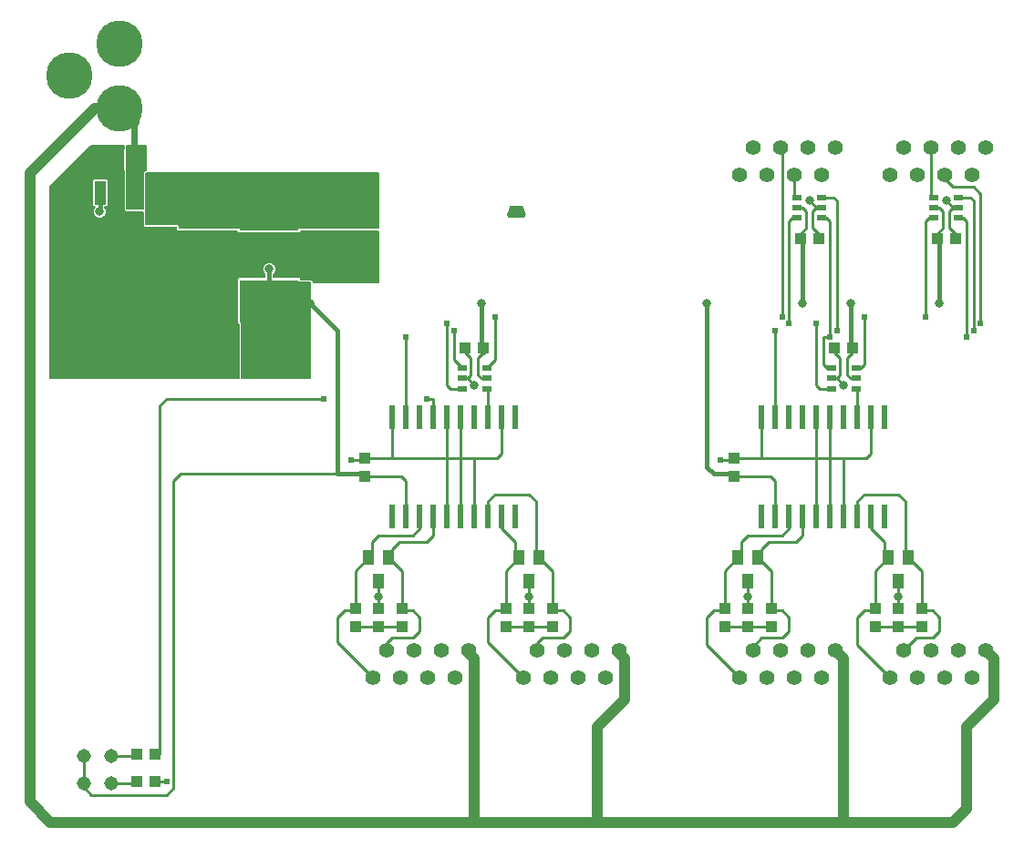
<source format=gtl>
G75*
G70*
%OFA0B0*%
%FSLAX24Y24*%
%IPPOS*%
%LPD*%
%AMOC8*
5,1,8,0,0,1.08239X$1,22.5*
%
%ADD10R,0.0236X0.0866*%
%ADD11R,0.4252X0.4098*%
%ADD12R,0.0420X0.0850*%
%ADD13R,0.2165X0.1575*%
%ADD14R,0.0787X0.0787*%
%ADD15R,0.0630X0.0709*%
%ADD16R,0.0866X0.0256*%
%ADD17R,0.0354X0.0236*%
%ADD18R,0.0394X0.0433*%
%ADD19C,0.0554*%
%ADD20R,0.0394X0.0551*%
%ADD21C,0.0515*%
%ADD22R,0.0433X0.0394*%
%ADD23C,0.1700*%
%ADD24C,0.0000*%
%ADD25C,0.0001*%
%ADD26C,0.0240*%
%ADD27C,0.0060*%
%ADD28C,0.0160*%
%ADD29C,0.0317*%
%ADD30C,0.0100*%
%ADD31C,0.0238*%
%ADD32C,0.0400*%
D10*
X014650Y013048D03*
X015150Y013048D03*
X015650Y013048D03*
X016150Y013048D03*
X016650Y013048D03*
X017150Y013048D03*
X017650Y013048D03*
X018150Y013048D03*
X018650Y013048D03*
X019150Y013048D03*
X019150Y016670D03*
X018650Y016670D03*
X018150Y016670D03*
X017650Y016670D03*
X017150Y016670D03*
X016650Y016670D03*
X016150Y016670D03*
X015650Y016670D03*
X015150Y016670D03*
X014650Y016670D03*
X028150Y016670D03*
X028650Y016670D03*
X029150Y016670D03*
X029650Y016670D03*
X030150Y016670D03*
X030650Y016670D03*
X031150Y016670D03*
X031650Y016670D03*
X032150Y016670D03*
X032650Y016670D03*
X032650Y013048D03*
X032150Y013048D03*
X031650Y013048D03*
X031150Y013048D03*
X030650Y013048D03*
X030150Y013048D03*
X029650Y013048D03*
X029150Y013048D03*
X028650Y013048D03*
X028150Y013048D03*
D11*
X004650Y021609D03*
D12*
X004650Y024889D03*
X003980Y024889D03*
X003310Y024889D03*
X005320Y024889D03*
X005990Y024889D03*
D13*
X010150Y024282D03*
X010150Y020936D03*
D14*
X013650Y022822D03*
X013650Y024397D03*
D15*
X005201Y026109D03*
X004099Y026109D03*
D16*
X008441Y018531D03*
X009898Y018531D03*
D17*
X017197Y018483D03*
X017197Y018109D03*
X017197Y017735D03*
X018103Y017735D03*
X018103Y018109D03*
X018103Y018483D03*
X029447Y023985D03*
X029447Y024359D03*
X029447Y024733D03*
X030353Y024733D03*
X030353Y024359D03*
X030353Y023985D03*
X034447Y023985D03*
X034447Y024359D03*
X034447Y024733D03*
X035353Y024733D03*
X035353Y024359D03*
X035353Y023985D03*
X031603Y018483D03*
X031603Y018109D03*
X031603Y017735D03*
X030697Y017735D03*
X030697Y018109D03*
X030697Y018483D03*
D18*
X027150Y015194D03*
X027150Y014525D03*
X026800Y009694D03*
X026800Y009025D03*
X027650Y009025D03*
X027650Y009694D03*
X028500Y009694D03*
X028500Y009025D03*
X032300Y009025D03*
X032300Y009694D03*
X033150Y009694D03*
X033150Y009025D03*
X034000Y009025D03*
X034000Y009694D03*
X020500Y009694D03*
X020500Y009025D03*
X019650Y009025D03*
X019650Y009694D03*
X018800Y009694D03*
X018800Y009025D03*
X015000Y009025D03*
X015000Y009694D03*
X014150Y009694D03*
X014150Y009025D03*
X013300Y009025D03*
X013300Y009694D03*
X013650Y014525D03*
X013650Y015194D03*
D19*
X014457Y008153D03*
X015457Y008153D03*
X016457Y008153D03*
X017457Y008153D03*
X016957Y007153D03*
X015957Y007153D03*
X014957Y007153D03*
X013957Y007153D03*
X019457Y007153D03*
X020457Y007153D03*
X021457Y007153D03*
X022457Y007153D03*
X021957Y008153D03*
X022957Y008153D03*
X020957Y008153D03*
X019957Y008153D03*
X027343Y007153D03*
X028343Y007153D03*
X029343Y007153D03*
X030343Y007153D03*
X030843Y008153D03*
X029843Y008153D03*
X028843Y008153D03*
X027843Y008153D03*
X032843Y007153D03*
X033843Y007153D03*
X034843Y007153D03*
X035843Y007153D03*
X036343Y008153D03*
X035343Y008153D03*
X034343Y008153D03*
X033343Y008153D03*
X033843Y025562D03*
X034843Y025562D03*
X035843Y025562D03*
X036343Y026562D03*
X035343Y026562D03*
X034343Y026562D03*
X033343Y026562D03*
X032843Y025562D03*
X030843Y026562D03*
X029843Y026562D03*
X028843Y026562D03*
X027843Y026562D03*
X028343Y025562D03*
X029343Y025562D03*
X030343Y025562D03*
X027343Y025562D03*
D20*
X027276Y011542D03*
X028024Y011542D03*
X027650Y010676D03*
X032776Y011542D03*
X033524Y011542D03*
X033150Y010676D03*
X020024Y011542D03*
X019276Y011542D03*
X019650Y010676D03*
X014524Y011542D03*
X013776Y011542D03*
X014150Y010676D03*
D21*
X004390Y004275D03*
X003390Y004275D03*
X003390Y003275D03*
X004390Y003275D03*
D22*
X005315Y003359D03*
X005985Y003359D03*
X005985Y004359D03*
X005315Y004359D03*
X017315Y019209D03*
X017985Y019209D03*
X029565Y023234D03*
X030235Y023234D03*
X034565Y023234D03*
X035235Y023234D03*
X031485Y019209D03*
X030815Y019209D03*
D23*
X004678Y027999D03*
X002827Y029180D03*
X004678Y030361D03*
D24*
X018961Y024414D02*
X018945Y024375D01*
X018930Y024332D01*
X018914Y024288D01*
X018898Y024245D01*
X018882Y024202D01*
X018867Y024158D01*
X018851Y024119D01*
X018867Y024080D01*
X018882Y024044D01*
X018902Y024005D01*
X019445Y024005D01*
X019461Y024044D01*
X019477Y024080D01*
X019496Y024119D01*
X019481Y024158D01*
X019465Y024202D01*
X019449Y024245D01*
X019433Y024288D01*
X019418Y024332D01*
X019402Y024375D01*
X019386Y024414D01*
X019008Y024414D01*
X018961Y024414D01*
D25*
X019386Y024414D01*
X019387Y024413D02*
X018961Y024413D01*
X018960Y024412D02*
X019387Y024412D01*
X019387Y024411D02*
X018960Y024411D01*
X018959Y024410D02*
X019388Y024410D01*
X019388Y024409D02*
X018959Y024409D01*
X018959Y024408D02*
X019389Y024408D01*
X019389Y024407D02*
X018958Y024407D01*
X018958Y024406D02*
X019389Y024406D01*
X019390Y024405D02*
X018957Y024405D01*
X018957Y024404D02*
X019390Y024404D01*
X019391Y024403D02*
X018957Y024403D01*
X018956Y024402D02*
X019391Y024402D01*
X019391Y024401D02*
X018956Y024401D01*
X018955Y024400D02*
X019392Y024400D01*
X019392Y024399D02*
X018955Y024399D01*
X018955Y024398D02*
X019393Y024398D01*
X019393Y024397D02*
X018954Y024397D01*
X018954Y024396D02*
X019393Y024396D01*
X019394Y024395D02*
X018953Y024395D01*
X018953Y024394D02*
X019394Y024394D01*
X019395Y024393D02*
X018953Y024393D01*
X018952Y024392D02*
X019395Y024392D01*
X019395Y024391D02*
X018952Y024391D01*
X018951Y024390D02*
X019396Y024390D01*
X019396Y024389D02*
X018951Y024389D01*
X018951Y024388D02*
X019397Y024388D01*
X019397Y024387D02*
X018950Y024387D01*
X018950Y024386D02*
X019397Y024386D01*
X019398Y024385D02*
X018949Y024385D01*
X018949Y024384D02*
X019398Y024384D01*
X019399Y024383D02*
X018949Y024383D01*
X018948Y024382D02*
X019399Y024382D01*
X019399Y024381D02*
X018948Y024381D01*
X018947Y024380D02*
X019400Y024380D01*
X019400Y024379D02*
X018947Y024379D01*
X018947Y024378D02*
X019401Y024378D01*
X019401Y024377D02*
X018946Y024377D01*
X018946Y024376D02*
X019401Y024376D01*
X019402Y024375D02*
X018945Y024375D01*
X018945Y024374D02*
X019402Y024374D01*
X019403Y024373D02*
X018945Y024373D01*
X018944Y024372D02*
X019403Y024372D01*
X019403Y024371D02*
X018944Y024371D01*
X018944Y024370D02*
X019404Y024370D01*
X019404Y024369D02*
X018943Y024369D01*
X018943Y024368D02*
X019404Y024368D01*
X019405Y024367D02*
X018942Y024367D01*
X018942Y024366D02*
X019405Y024366D01*
X019405Y024365D02*
X018942Y024365D01*
X018941Y024364D02*
X019406Y024364D01*
X019406Y024363D02*
X018941Y024363D01*
X018941Y024362D02*
X019407Y024362D01*
X019407Y024361D02*
X018940Y024361D01*
X018940Y024360D02*
X019407Y024360D01*
X019408Y024359D02*
X018940Y024359D01*
X018939Y024358D02*
X019408Y024358D01*
X019408Y024357D02*
X018939Y024357D01*
X018938Y024356D02*
X019409Y024356D01*
X019409Y024355D02*
X018938Y024355D01*
X018938Y024354D02*
X019409Y024354D01*
X019410Y024353D02*
X018937Y024353D01*
X018937Y024352D02*
X019410Y024352D01*
X019411Y024351D02*
X018937Y024351D01*
X018936Y024350D02*
X019411Y024350D01*
X019411Y024349D02*
X018936Y024349D01*
X018936Y024348D02*
X019412Y024348D01*
X019412Y024347D02*
X018935Y024347D01*
X018935Y024346D02*
X019412Y024346D01*
X019413Y024345D02*
X018934Y024345D01*
X018934Y024344D02*
X019413Y024344D01*
X019413Y024343D02*
X018934Y024343D01*
X018933Y024342D02*
X019414Y024342D01*
X019414Y024341D02*
X018933Y024341D01*
X018933Y024340D02*
X019415Y024340D01*
X019415Y024339D02*
X018932Y024339D01*
X018932Y024338D02*
X019415Y024338D01*
X019416Y024337D02*
X018932Y024337D01*
X018931Y024336D02*
X019416Y024336D01*
X019416Y024335D02*
X018931Y024335D01*
X018931Y024334D02*
X019417Y024334D01*
X019417Y024333D02*
X018930Y024333D01*
X018930Y024332D02*
X019417Y024332D01*
X019418Y024331D02*
X018929Y024331D01*
X018929Y024330D02*
X019418Y024330D01*
X019419Y024329D02*
X018929Y024329D01*
X018928Y024328D02*
X019419Y024328D01*
X019419Y024327D02*
X018928Y024327D01*
X018928Y024326D02*
X019420Y024326D01*
X019420Y024325D02*
X018927Y024325D01*
X018927Y024324D02*
X019420Y024324D01*
X019421Y024323D02*
X018927Y024323D01*
X018926Y024322D02*
X019421Y024322D01*
X019421Y024321D02*
X018926Y024321D01*
X018925Y024320D02*
X019422Y024320D01*
X019422Y024319D02*
X018925Y024319D01*
X018925Y024318D02*
X019423Y024318D01*
X019423Y024317D02*
X018924Y024317D01*
X018924Y024316D02*
X019423Y024316D01*
X019424Y024315D02*
X018924Y024315D01*
X018923Y024314D02*
X019424Y024314D01*
X019424Y024313D02*
X018923Y024313D01*
X018923Y024312D02*
X019425Y024312D01*
X019425Y024311D02*
X018922Y024311D01*
X018922Y024310D02*
X019425Y024310D01*
X019426Y024309D02*
X018921Y024309D01*
X018921Y024308D02*
X019426Y024308D01*
X019427Y024307D02*
X018921Y024307D01*
X018920Y024306D02*
X019427Y024306D01*
X019427Y024305D02*
X018920Y024305D01*
X018920Y024304D02*
X019428Y024304D01*
X019428Y024303D02*
X018919Y024303D01*
X018919Y024302D02*
X019428Y024302D01*
X019429Y024301D02*
X018919Y024301D01*
X018918Y024300D02*
X019429Y024300D01*
X019429Y024299D02*
X018918Y024299D01*
X018917Y024298D02*
X019430Y024298D01*
X019430Y024297D02*
X018917Y024297D01*
X018917Y024296D02*
X019431Y024296D01*
X019431Y024295D02*
X018916Y024295D01*
X018916Y024294D02*
X019431Y024294D01*
X019432Y024293D02*
X018916Y024293D01*
X018915Y024292D02*
X019432Y024292D01*
X019432Y024291D02*
X018915Y024291D01*
X018915Y024290D02*
X019433Y024290D01*
X019433Y024289D02*
X018914Y024289D01*
X018914Y024288D02*
X019433Y024288D01*
X019434Y024287D02*
X018913Y024287D01*
X018913Y024286D02*
X019434Y024286D01*
X019435Y024285D02*
X018913Y024285D01*
X018912Y024284D02*
X019435Y024284D01*
X019435Y024283D02*
X018912Y024283D01*
X018912Y024282D02*
X019436Y024282D01*
X019436Y024281D02*
X018911Y024281D01*
X018911Y024280D02*
X019436Y024280D01*
X019437Y024279D02*
X018911Y024279D01*
X018910Y024278D02*
X019437Y024278D01*
X019437Y024277D02*
X018910Y024277D01*
X018909Y024276D02*
X019438Y024276D01*
X019438Y024275D02*
X018909Y024275D01*
X018909Y024274D02*
X019439Y024274D01*
X019439Y024273D02*
X018908Y024273D01*
X018908Y024272D02*
X019439Y024272D01*
X019440Y024271D02*
X018908Y024271D01*
X018907Y024270D02*
X019440Y024270D01*
X019440Y024269D02*
X018907Y024269D01*
X018907Y024268D02*
X019441Y024268D01*
X019441Y024267D02*
X018906Y024267D01*
X018906Y024266D02*
X019441Y024266D01*
X019442Y024265D02*
X018905Y024265D01*
X018905Y024264D02*
X019442Y024264D01*
X019443Y024263D02*
X018905Y024263D01*
X018904Y024262D02*
X019443Y024262D01*
X019443Y024261D02*
X018904Y024261D01*
X018904Y024260D02*
X019444Y024260D01*
X019444Y024259D02*
X018903Y024259D01*
X018903Y024258D02*
X019444Y024258D01*
X019445Y024257D02*
X018903Y024257D01*
X018902Y024256D02*
X019445Y024256D01*
X019445Y024255D02*
X018902Y024255D01*
X018901Y024254D02*
X019446Y024254D01*
X019446Y024253D02*
X018901Y024253D01*
X018901Y024252D02*
X019447Y024252D01*
X019447Y024251D02*
X018900Y024251D01*
X018900Y024250D02*
X019447Y024250D01*
X019448Y024249D02*
X018900Y024249D01*
X018899Y024248D02*
X019448Y024248D01*
X019448Y024247D02*
X018899Y024247D01*
X018899Y024246D02*
X019449Y024246D01*
X019449Y024245D02*
X018898Y024245D01*
X018898Y024244D02*
X019449Y024244D01*
X019450Y024243D02*
X018897Y024243D01*
X018897Y024242D02*
X019450Y024242D01*
X019451Y024241D02*
X018897Y024241D01*
X018896Y024240D02*
X019451Y024240D01*
X019451Y024239D02*
X018896Y024239D01*
X018896Y024238D02*
X019452Y024238D01*
X019452Y024237D02*
X018895Y024237D01*
X018895Y024236D02*
X019452Y024236D01*
X019453Y024235D02*
X018895Y024235D01*
X018894Y024234D02*
X019453Y024234D01*
X019453Y024233D02*
X018894Y024233D01*
X018893Y024232D02*
X019454Y024232D01*
X019454Y024231D02*
X018893Y024231D01*
X018893Y024230D02*
X019455Y024230D01*
X019455Y024229D02*
X018892Y024229D01*
X018892Y024228D02*
X019455Y024228D01*
X019456Y024227D02*
X018892Y024227D01*
X018891Y024226D02*
X019456Y024226D01*
X019456Y024225D02*
X018891Y024225D01*
X018891Y024224D02*
X019457Y024224D01*
X019457Y024223D02*
X018890Y024223D01*
X018890Y024222D02*
X019457Y024222D01*
X019458Y024221D02*
X018889Y024221D01*
X018889Y024220D02*
X019458Y024220D01*
X019459Y024219D02*
X018889Y024219D01*
X018888Y024218D02*
X019459Y024218D01*
X019459Y024217D02*
X018888Y024217D01*
X018888Y024216D02*
X019460Y024216D01*
X019460Y024215D02*
X018887Y024215D01*
X018887Y024214D02*
X019460Y024214D01*
X019461Y024213D02*
X018887Y024213D01*
X018886Y024212D02*
X019461Y024212D01*
X019461Y024211D02*
X018886Y024211D01*
X018885Y024210D02*
X019462Y024210D01*
X019462Y024209D02*
X018885Y024209D01*
X018885Y024208D02*
X019463Y024208D01*
X019463Y024207D02*
X018884Y024207D01*
X018884Y024206D02*
X019463Y024206D01*
X019464Y024205D02*
X018884Y024205D01*
X018883Y024204D02*
X019464Y024204D01*
X019464Y024203D02*
X018883Y024203D01*
X019465Y024203D01*
X019465Y024202D02*
X018882Y024202D01*
X018882Y024201D02*
X019465Y024201D01*
X019466Y024200D02*
X018881Y024200D01*
X018881Y024199D02*
X019466Y024199D01*
X019467Y024198D02*
X018881Y024198D01*
X018880Y024197D02*
X019467Y024197D01*
X019467Y024196D02*
X018880Y024196D01*
X018880Y024195D02*
X019468Y024195D01*
X019468Y024194D02*
X018879Y024194D01*
X018879Y024193D02*
X019468Y024193D01*
X019469Y024192D02*
X018879Y024192D01*
X018878Y024191D02*
X019469Y024191D01*
X019469Y024190D02*
X018878Y024190D01*
X018877Y024189D02*
X019470Y024189D01*
X019470Y024188D02*
X018877Y024188D01*
X018877Y024187D02*
X019471Y024187D01*
X019471Y024186D02*
X018876Y024186D01*
X018876Y024185D02*
X019471Y024185D01*
X019472Y024184D02*
X018876Y024184D01*
X018875Y024183D02*
X019472Y024183D01*
X019472Y024182D02*
X018875Y024182D01*
X018875Y024181D02*
X019473Y024181D01*
X019473Y024180D02*
X018874Y024180D01*
X018874Y024179D02*
X019473Y024179D01*
X019474Y024178D02*
X018873Y024178D01*
X018873Y024177D02*
X019474Y024177D01*
X019475Y024176D02*
X018873Y024176D01*
X018872Y024175D02*
X019475Y024175D01*
X019475Y024174D02*
X018872Y024174D01*
X018872Y024173D02*
X019476Y024173D01*
X019476Y024172D02*
X018871Y024172D01*
X018871Y024171D02*
X019476Y024171D01*
X019477Y024170D02*
X018871Y024170D01*
X018870Y024169D02*
X019477Y024169D01*
X019477Y024168D02*
X018870Y024168D01*
X018869Y024167D02*
X019478Y024167D01*
X019478Y024166D02*
X018869Y024166D01*
X018869Y024165D02*
X019479Y024165D01*
X019479Y024164D02*
X018868Y024164D01*
X018868Y024163D02*
X019479Y024163D01*
X019480Y024162D02*
X018868Y024162D01*
X018867Y024161D02*
X019480Y024161D01*
X019480Y024160D02*
X018867Y024160D01*
X018867Y024159D02*
X019481Y024159D01*
X019481Y024158D02*
X018866Y024158D01*
X018866Y024157D02*
X019481Y024157D01*
X019482Y024156D02*
X018865Y024156D01*
X018865Y024155D02*
X019482Y024155D01*
X019483Y024154D02*
X018865Y024154D01*
X018864Y024153D02*
X019483Y024153D01*
X019483Y024152D02*
X018864Y024152D01*
X018863Y024151D02*
X019484Y024151D01*
X019484Y024150D02*
X018863Y024150D01*
X018863Y024149D02*
X019485Y024149D01*
X019485Y024148D02*
X018862Y024148D01*
X018862Y024147D02*
X019485Y024147D01*
X019486Y024146D02*
X018861Y024146D01*
X018861Y024145D02*
X019486Y024145D01*
X019487Y024144D02*
X018861Y024144D01*
X018860Y024143D02*
X019487Y024143D01*
X019487Y024142D02*
X018860Y024142D01*
X018859Y024141D02*
X019488Y024141D01*
X019488Y024140D02*
X018859Y024140D01*
X018859Y024139D02*
X019489Y024139D01*
X019489Y024138D02*
X018858Y024138D01*
X018858Y024137D02*
X019489Y024137D01*
X019490Y024136D02*
X018857Y024136D01*
X018857Y024135D02*
X019490Y024135D01*
X019491Y024134D02*
X018857Y024134D01*
X018856Y024133D02*
X019491Y024133D01*
X019491Y024132D02*
X018856Y024132D01*
X018855Y024131D02*
X019492Y024131D01*
X019492Y024130D02*
X018855Y024130D01*
X018855Y024129D02*
X019493Y024129D01*
X019493Y024128D02*
X018854Y024128D01*
X018854Y024127D02*
X019493Y024127D01*
X019494Y024126D02*
X018853Y024126D01*
X018853Y024125D02*
X019494Y024125D01*
X019495Y024124D02*
X018853Y024124D01*
X018852Y024123D02*
X019495Y024123D01*
X019495Y024122D02*
X018852Y024122D01*
X018851Y024121D02*
X019496Y024121D01*
X019496Y024120D02*
X018851Y024120D01*
X018851Y024119D02*
X019496Y024119D01*
X019496Y024118D02*
X018851Y024118D01*
X018852Y024117D02*
X019495Y024117D01*
X019495Y024116D02*
X018852Y024116D01*
X018853Y024115D02*
X019494Y024115D01*
X019494Y024114D02*
X018853Y024114D01*
X018853Y024113D02*
X019493Y024113D01*
X019493Y024112D02*
X018854Y024112D01*
X018854Y024111D02*
X019492Y024111D01*
X019492Y024110D02*
X018855Y024110D01*
X018855Y024109D02*
X019491Y024109D01*
X019491Y024108D02*
X018855Y024108D01*
X018856Y024107D02*
X019490Y024107D01*
X019490Y024106D02*
X018856Y024106D01*
X018857Y024105D02*
X019489Y024105D01*
X019489Y024104D02*
X018857Y024104D01*
X018857Y024103D02*
X019488Y024103D01*
X019488Y024102D02*
X018858Y024102D01*
X018858Y024101D02*
X019487Y024101D01*
X019487Y024100D02*
X018859Y024100D01*
X018859Y024099D02*
X019486Y024099D01*
X019486Y024098D02*
X018859Y024098D01*
X018860Y024097D02*
X019485Y024097D01*
X019485Y024096D02*
X018860Y024096D01*
X018861Y024095D02*
X019484Y024095D01*
X019484Y024094D02*
X018861Y024094D01*
X018861Y024093D02*
X019483Y024093D01*
X019483Y024092D02*
X018862Y024092D01*
X018862Y024091D02*
X019482Y024091D01*
X019482Y024090D02*
X018863Y024090D01*
X018863Y024089D02*
X019481Y024089D01*
X019481Y024088D02*
X018863Y024088D01*
X018864Y024087D02*
X019480Y024087D01*
X019480Y024086D02*
X018864Y024086D01*
X018865Y024085D02*
X019479Y024085D01*
X019479Y024084D02*
X018865Y024084D01*
X018865Y024083D02*
X019478Y024083D01*
X019478Y024082D02*
X018866Y024082D01*
X018866Y024081D02*
X019477Y024081D01*
X019477Y024080D02*
X018867Y024080D01*
X018867Y024079D02*
X019476Y024079D01*
X019476Y024078D02*
X018867Y024078D01*
X018868Y024077D02*
X019475Y024077D01*
X019475Y024076D02*
X018868Y024076D01*
X018869Y024075D02*
X019475Y024075D01*
X019474Y024074D02*
X018869Y024074D01*
X018870Y024073D02*
X019474Y024073D01*
X019473Y024072D02*
X018870Y024072D01*
X018871Y024071D02*
X019473Y024071D01*
X019472Y024070D02*
X018871Y024070D01*
X018871Y024069D02*
X019472Y024069D01*
X019471Y024068D02*
X018872Y024068D01*
X018872Y024067D02*
X019471Y024067D01*
X019471Y024066D02*
X018873Y024066D01*
X018873Y024065D02*
X019470Y024065D01*
X019470Y024064D02*
X018874Y024064D01*
X018874Y024063D02*
X019469Y024063D01*
X019469Y024062D02*
X018875Y024062D01*
X018875Y024061D02*
X019468Y024061D01*
X019468Y024060D02*
X018875Y024060D01*
X018876Y024059D02*
X019467Y024059D01*
X019467Y024058D02*
X018876Y024058D01*
X018877Y024057D02*
X019467Y024057D01*
X019466Y024056D02*
X018877Y024056D01*
X018878Y024055D02*
X019466Y024055D01*
X019465Y024054D02*
X018878Y024054D01*
X018879Y024053D02*
X019465Y024053D01*
X019464Y024052D02*
X018879Y024052D01*
X018879Y024051D02*
X019464Y024051D01*
X019463Y024050D02*
X018880Y024050D01*
X018880Y024049D02*
X019463Y024049D01*
X019463Y024048D02*
X018881Y024048D01*
X018881Y024047D02*
X019462Y024047D01*
X019462Y024046D02*
X018882Y024046D01*
X018882Y024045D02*
X019461Y024045D01*
X019461Y024044D02*
X018883Y024044D01*
X018883Y024043D02*
X019460Y024043D01*
X019460Y024042D02*
X018884Y024042D01*
X018884Y024041D02*
X019460Y024041D01*
X019459Y024040D02*
X018885Y024040D01*
X018885Y024039D02*
X019459Y024039D01*
X019458Y024038D02*
X018886Y024038D01*
X018886Y024037D02*
X019458Y024037D01*
X019458Y024036D02*
X018887Y024036D01*
X018887Y024035D02*
X019457Y024035D01*
X019457Y024034D02*
X018888Y024034D01*
X018888Y024033D02*
X019456Y024033D01*
X019456Y024032D02*
X018889Y024032D01*
X018889Y024031D02*
X019456Y024031D01*
X019455Y024030D02*
X018890Y024030D01*
X018890Y024029D02*
X019455Y024029D01*
X019454Y024028D02*
X018891Y024028D01*
X018891Y024027D02*
X019454Y024027D01*
X019454Y024026D02*
X018892Y024026D01*
X018892Y024025D02*
X019453Y024025D01*
X019453Y024024D02*
X018893Y024024D01*
X018893Y024023D02*
X019452Y024023D01*
X019452Y024022D02*
X018894Y024022D01*
X018894Y024021D02*
X019452Y024021D01*
X019451Y024020D02*
X018895Y024020D01*
X018895Y024019D02*
X019451Y024019D01*
X019450Y024018D02*
X018896Y024018D01*
X018896Y024017D02*
X019450Y024017D01*
X019450Y024016D02*
X018897Y024016D01*
X018897Y024015D02*
X019449Y024015D01*
X019449Y024014D02*
X018898Y024014D01*
X018898Y024013D02*
X019448Y024013D01*
X019448Y024012D02*
X018899Y024012D01*
X018899Y024011D02*
X019448Y024011D01*
X019447Y024010D02*
X018900Y024010D01*
X018900Y024009D02*
X019447Y024009D01*
X019446Y024008D02*
X018901Y024008D01*
X018901Y024007D02*
X019446Y024007D01*
X019446Y024006D02*
X018902Y024006D01*
D26*
X013650Y024397D02*
X013536Y024282D01*
X010150Y024282D01*
X009543Y024889D01*
X005990Y024889D01*
X004650Y024889D02*
X004650Y024609D01*
X004650Y022609D01*
X008150Y022609D01*
X008150Y018609D01*
X008229Y018531D01*
X008441Y018531D01*
X009898Y018531D02*
X009898Y020857D01*
X009900Y020859D01*
X011650Y020859D01*
X010150Y020936D02*
X009898Y020684D01*
X009898Y018531D01*
X008150Y022609D02*
X013650Y022609D01*
X013650Y022822D01*
X005201Y026109D02*
X005201Y027475D01*
X003400Y025609D02*
X003400Y024979D01*
X003310Y024889D01*
X003310Y024609D01*
X003310Y022949D01*
X004650Y021609D01*
X004650Y022609D01*
D27*
X005575Y023515D02*
X002150Y023515D01*
X002150Y023573D02*
X005530Y023573D01*
X005530Y023560D02*
X005600Y023489D01*
X008977Y023489D01*
X008977Y023458D01*
X009030Y023405D01*
X011270Y023405D01*
X011323Y023458D01*
X011323Y023489D01*
X014150Y023489D01*
X014150Y021609D01*
X011770Y021609D01*
X011770Y021659D01*
X011700Y021729D01*
X011323Y021729D01*
X011323Y021761D01*
X011270Y021813D01*
X010320Y021813D01*
X010320Y021928D01*
X010361Y021969D01*
X010398Y022060D01*
X010398Y022159D01*
X010361Y022250D01*
X010291Y022320D01*
X010199Y022358D01*
X010101Y022358D01*
X010009Y022320D01*
X009939Y022250D01*
X009902Y022159D01*
X009902Y022060D01*
X009939Y021969D01*
X009980Y021928D01*
X009980Y021813D01*
X009030Y021813D01*
X008977Y021761D01*
X008977Y020111D01*
X009030Y020059D01*
X009030Y018109D01*
X002150Y018109D01*
X002150Y025109D01*
X003650Y026609D01*
X004830Y026609D01*
X004830Y026535D01*
X004796Y026501D01*
X004796Y025718D01*
X004830Y025684D01*
X004830Y024260D01*
X004900Y024189D01*
X005530Y024189D01*
X005530Y023560D01*
X005530Y023632D02*
X002150Y023632D01*
X002150Y023690D02*
X005530Y023690D01*
X005530Y023749D02*
X002150Y023749D01*
X002150Y023807D02*
X005530Y023807D01*
X005530Y023866D02*
X002150Y023866D01*
X002150Y023924D02*
X005530Y023924D01*
X005530Y023983D02*
X004053Y023983D01*
X004091Y023999D02*
X004161Y024069D01*
X004198Y024160D01*
X004198Y024259D01*
X004161Y024350D01*
X004150Y024361D01*
X004150Y024374D01*
X004227Y024374D01*
X004280Y024427D01*
X004280Y025352D01*
X004227Y025404D01*
X003733Y025404D01*
X003680Y025352D01*
X003680Y024427D01*
X003733Y024374D01*
X003764Y024374D01*
X003739Y024350D01*
X003702Y024259D01*
X003702Y024160D01*
X003739Y024069D01*
X003809Y023999D01*
X003901Y023961D01*
X003999Y023961D01*
X004091Y023999D01*
X004133Y024041D02*
X005530Y024041D01*
X005530Y024100D02*
X004174Y024100D01*
X004198Y024158D02*
X005530Y024158D01*
X005650Y024158D02*
X014150Y024158D01*
X014150Y024100D02*
X005650Y024100D01*
X005650Y024041D02*
X014150Y024041D01*
X014150Y023983D02*
X005650Y023983D01*
X005650Y023924D02*
X014150Y023924D01*
X014150Y023866D02*
X005650Y023866D01*
X005650Y023807D02*
X014150Y023807D01*
X014150Y023749D02*
X005650Y023749D01*
X005650Y023748D02*
X005650Y025609D01*
X014150Y025609D01*
X014150Y023609D01*
X006866Y023609D01*
X006866Y023696D01*
X006813Y023748D01*
X005650Y023748D01*
X005650Y024217D02*
X014150Y024217D01*
X014150Y024275D02*
X005650Y024275D01*
X005650Y024334D02*
X014150Y024334D01*
X014150Y024392D02*
X005650Y024392D01*
X005650Y024451D02*
X014150Y024451D01*
X014150Y024509D02*
X005650Y024509D01*
X005650Y024568D02*
X014150Y024568D01*
X014150Y024626D02*
X005650Y024626D01*
X005650Y024685D02*
X014150Y024685D01*
X014150Y024743D02*
X005650Y024743D01*
X005650Y024802D02*
X014150Y024802D01*
X014150Y024860D02*
X005650Y024860D01*
X005650Y024919D02*
X014150Y024919D01*
X014150Y024977D02*
X005650Y024977D01*
X005650Y025036D02*
X014150Y025036D01*
X014150Y025094D02*
X005650Y025094D01*
X005650Y025153D02*
X014150Y025153D01*
X014150Y025211D02*
X005650Y025211D01*
X005650Y025270D02*
X014150Y025270D01*
X014150Y025328D02*
X005650Y025328D01*
X005650Y025387D02*
X014150Y025387D01*
X014150Y025445D02*
X005650Y025445D01*
X005650Y025504D02*
X014150Y025504D01*
X014150Y025562D02*
X005650Y025562D01*
X005530Y025562D02*
X004950Y025562D01*
X004950Y025504D02*
X005530Y025504D01*
X005530Y025445D02*
X004950Y025445D01*
X004950Y025387D02*
X005530Y025387D01*
X005530Y025328D02*
X004950Y025328D01*
X004950Y025270D02*
X005530Y025270D01*
X005530Y025211D02*
X004950Y025211D01*
X004950Y025153D02*
X005530Y025153D01*
X005530Y025094D02*
X004950Y025094D01*
X004950Y025036D02*
X005530Y025036D01*
X005530Y024977D02*
X004950Y024977D01*
X004950Y024919D02*
X005530Y024919D01*
X005530Y024860D02*
X004950Y024860D01*
X004950Y024802D02*
X005530Y024802D01*
X005530Y024743D02*
X004950Y024743D01*
X004950Y024685D02*
X005530Y024685D01*
X005530Y024626D02*
X004950Y024626D01*
X004950Y024568D02*
X005530Y024568D01*
X005530Y024509D02*
X004950Y024509D01*
X004950Y024451D02*
X005530Y024451D01*
X005530Y024392D02*
X004950Y024392D01*
X004950Y024334D02*
X005530Y024334D01*
X005530Y024309D02*
X004950Y024309D01*
X004950Y026609D01*
X005650Y026609D01*
X005650Y025729D01*
X005600Y025729D01*
X005530Y025659D01*
X005530Y024309D01*
X004873Y024217D02*
X004198Y024217D01*
X004192Y024275D02*
X004830Y024275D01*
X004830Y024334D02*
X004167Y024334D01*
X004245Y024392D02*
X004830Y024392D01*
X004830Y024451D02*
X004280Y024451D01*
X004280Y024509D02*
X004830Y024509D01*
X004830Y024568D02*
X004280Y024568D01*
X004280Y024626D02*
X004830Y024626D01*
X004830Y024685D02*
X004280Y024685D01*
X004280Y024743D02*
X004830Y024743D01*
X004830Y024802D02*
X004280Y024802D01*
X004280Y024860D02*
X004830Y024860D01*
X004830Y024919D02*
X004280Y024919D01*
X004280Y024977D02*
X004830Y024977D01*
X004830Y025036D02*
X004280Y025036D01*
X004280Y025094D02*
X004830Y025094D01*
X004830Y025153D02*
X004280Y025153D01*
X004280Y025211D02*
X004830Y025211D01*
X004830Y025270D02*
X004280Y025270D01*
X004280Y025328D02*
X004830Y025328D01*
X004830Y025387D02*
X004245Y025387D01*
X003715Y025387D02*
X002428Y025387D01*
X002486Y025445D02*
X004830Y025445D01*
X004830Y025504D02*
X002545Y025504D01*
X002603Y025562D02*
X004830Y025562D01*
X004830Y025621D02*
X002662Y025621D01*
X002720Y025679D02*
X004830Y025679D01*
X004796Y025738D02*
X002779Y025738D01*
X002837Y025796D02*
X004796Y025796D01*
X004796Y025855D02*
X002896Y025855D01*
X002954Y025913D02*
X004796Y025913D01*
X004796Y025972D02*
X003013Y025972D01*
X003071Y026030D02*
X004796Y026030D01*
X004796Y026089D02*
X003130Y026089D01*
X003188Y026147D02*
X004796Y026147D01*
X004796Y026206D02*
X003247Y026206D01*
X003305Y026264D02*
X004796Y026264D01*
X004796Y026323D02*
X003364Y026323D01*
X003422Y026381D02*
X004796Y026381D01*
X004796Y026440D02*
X003481Y026440D01*
X003539Y026498D02*
X004796Y026498D01*
X004830Y026557D02*
X003598Y026557D01*
X004950Y026557D02*
X005650Y026557D01*
X005650Y026498D02*
X004950Y026498D01*
X004950Y026440D02*
X005650Y026440D01*
X005650Y026381D02*
X004950Y026381D01*
X004950Y026323D02*
X005650Y026323D01*
X005650Y026264D02*
X004950Y026264D01*
X004950Y026206D02*
X005650Y026206D01*
X005650Y026147D02*
X004950Y026147D01*
X004950Y026089D02*
X005650Y026089D01*
X005650Y026030D02*
X004950Y026030D01*
X004950Y025972D02*
X005650Y025972D01*
X005650Y025913D02*
X004950Y025913D01*
X004950Y025855D02*
X005650Y025855D01*
X005650Y025796D02*
X004950Y025796D01*
X004950Y025738D02*
X005650Y025738D01*
X005550Y025679D02*
X004950Y025679D01*
X004950Y025621D02*
X005530Y025621D01*
X003680Y025328D02*
X002369Y025328D01*
X002311Y025270D02*
X003680Y025270D01*
X003680Y025211D02*
X002252Y025211D01*
X002194Y025153D02*
X003680Y025153D01*
X003680Y025094D02*
X002150Y025094D01*
X002150Y025036D02*
X003680Y025036D01*
X003680Y024977D02*
X002150Y024977D01*
X002150Y024919D02*
X003680Y024919D01*
X003680Y024860D02*
X002150Y024860D01*
X002150Y024802D02*
X003680Y024802D01*
X003680Y024743D02*
X002150Y024743D01*
X002150Y024685D02*
X003680Y024685D01*
X003680Y024626D02*
X002150Y024626D01*
X002150Y024568D02*
X003680Y024568D01*
X003680Y024509D02*
X002150Y024509D01*
X002150Y024451D02*
X003680Y024451D01*
X003715Y024392D02*
X002150Y024392D01*
X002150Y024334D02*
X003733Y024334D01*
X003708Y024275D02*
X002150Y024275D01*
X002150Y024217D02*
X003702Y024217D01*
X003702Y024158D02*
X002150Y024158D01*
X002150Y024100D02*
X003726Y024100D01*
X003767Y024041D02*
X002150Y024041D01*
X002150Y023983D02*
X003847Y023983D01*
X002150Y023456D02*
X008979Y023456D01*
X009976Y022286D02*
X002150Y022286D01*
X002150Y022228D02*
X009930Y022228D01*
X009906Y022169D02*
X002150Y022169D01*
X002150Y022111D02*
X009902Y022111D01*
X009905Y022052D02*
X002150Y022052D01*
X002150Y021994D02*
X009929Y021994D01*
X009973Y021935D02*
X002150Y021935D01*
X002150Y021877D02*
X009980Y021877D01*
X009980Y021818D02*
X002150Y021818D01*
X002150Y021760D02*
X008977Y021760D01*
X008977Y021701D02*
X002150Y021701D01*
X002150Y021643D02*
X008977Y021643D01*
X008977Y021584D02*
X002150Y021584D01*
X002150Y021526D02*
X008977Y021526D01*
X008977Y021467D02*
X002150Y021467D01*
X002150Y021409D02*
X008977Y021409D01*
X008977Y021350D02*
X002150Y021350D01*
X002150Y021292D02*
X008977Y021292D01*
X008977Y021233D02*
X002150Y021233D01*
X002150Y021175D02*
X008977Y021175D01*
X008977Y021116D02*
X002150Y021116D01*
X002150Y021058D02*
X008977Y021058D01*
X008977Y020999D02*
X002150Y020999D01*
X002150Y020941D02*
X008977Y020941D01*
X008977Y020882D02*
X002150Y020882D01*
X002150Y020824D02*
X008977Y020824D01*
X008977Y020765D02*
X002150Y020765D01*
X002150Y020707D02*
X008977Y020707D01*
X008977Y020648D02*
X002150Y020648D01*
X002150Y020590D02*
X008977Y020590D01*
X008977Y020531D02*
X002150Y020531D01*
X002150Y020473D02*
X008977Y020473D01*
X008977Y020414D02*
X002150Y020414D01*
X002150Y020356D02*
X008977Y020356D01*
X008977Y020297D02*
X002150Y020297D01*
X002150Y020239D02*
X008977Y020239D01*
X008977Y020180D02*
X002150Y020180D01*
X002150Y020122D02*
X008977Y020122D01*
X009025Y020063D02*
X002150Y020063D01*
X002150Y020005D02*
X009030Y020005D01*
X009030Y019946D02*
X002150Y019946D01*
X002150Y019888D02*
X009030Y019888D01*
X009030Y019829D02*
X002150Y019829D01*
X002150Y019771D02*
X009030Y019771D01*
X009030Y019712D02*
X002150Y019712D01*
X002150Y019654D02*
X009030Y019654D01*
X009030Y019595D02*
X002150Y019595D01*
X002150Y019537D02*
X009030Y019537D01*
X009030Y019478D02*
X002150Y019478D01*
X002150Y019420D02*
X009030Y019420D01*
X009030Y019361D02*
X002150Y019361D01*
X002150Y019303D02*
X009030Y019303D01*
X009030Y019244D02*
X002150Y019244D01*
X002150Y019186D02*
X009030Y019186D01*
X009030Y019127D02*
X002150Y019127D01*
X002150Y019069D02*
X009030Y019069D01*
X009030Y019010D02*
X002150Y019010D01*
X002150Y018952D02*
X009030Y018952D01*
X009030Y018893D02*
X002150Y018893D01*
X002150Y018835D02*
X009030Y018835D01*
X009030Y018776D02*
X002150Y018776D01*
X002150Y018718D02*
X009030Y018718D01*
X009030Y018659D02*
X002150Y018659D01*
X002150Y018601D02*
X009030Y018601D01*
X009030Y018542D02*
X002150Y018542D01*
X002150Y018484D02*
X009030Y018484D01*
X009030Y018425D02*
X002150Y018425D01*
X002150Y018367D02*
X009030Y018367D01*
X009030Y018308D02*
X002150Y018308D01*
X002150Y018250D02*
X009030Y018250D01*
X009030Y018191D02*
X002150Y018191D01*
X002150Y018133D02*
X009030Y018133D01*
X009150Y018133D02*
X011650Y018133D01*
X011650Y018109D02*
X009150Y018109D01*
X009150Y021609D01*
X011650Y021609D01*
X011650Y018109D01*
X011650Y018191D02*
X009150Y018191D01*
X009150Y018250D02*
X011650Y018250D01*
X011650Y018308D02*
X009150Y018308D01*
X009150Y018367D02*
X011650Y018367D01*
X011650Y018425D02*
X009150Y018425D01*
X009150Y018484D02*
X011650Y018484D01*
X011650Y018542D02*
X009150Y018542D01*
X009150Y018601D02*
X011650Y018601D01*
X011650Y018659D02*
X009150Y018659D01*
X009150Y018718D02*
X011650Y018718D01*
X011650Y018776D02*
X009150Y018776D01*
X009150Y018835D02*
X011650Y018835D01*
X011650Y018893D02*
X009150Y018893D01*
X009150Y018952D02*
X011650Y018952D01*
X011650Y019010D02*
X009150Y019010D01*
X009150Y019069D02*
X011650Y019069D01*
X011650Y019127D02*
X009150Y019127D01*
X009150Y019186D02*
X011650Y019186D01*
X011650Y019244D02*
X009150Y019244D01*
X009150Y019303D02*
X011650Y019303D01*
X011650Y019361D02*
X009150Y019361D01*
X009150Y019420D02*
X011650Y019420D01*
X011650Y019478D02*
X009150Y019478D01*
X009150Y019537D02*
X011650Y019537D01*
X011650Y019595D02*
X009150Y019595D01*
X009150Y019654D02*
X011650Y019654D01*
X011650Y019712D02*
X009150Y019712D01*
X009150Y019771D02*
X011650Y019771D01*
X011650Y019829D02*
X009150Y019829D01*
X009150Y019888D02*
X011650Y019888D01*
X011650Y019946D02*
X009150Y019946D01*
X009150Y020005D02*
X011650Y020005D01*
X011650Y020063D02*
X009150Y020063D01*
X009150Y020122D02*
X011650Y020122D01*
X011650Y020180D02*
X009150Y020180D01*
X009150Y020239D02*
X011650Y020239D01*
X011650Y020297D02*
X009150Y020297D01*
X009150Y020356D02*
X011650Y020356D01*
X011650Y020414D02*
X009150Y020414D01*
X009150Y020473D02*
X011650Y020473D01*
X011650Y020531D02*
X009150Y020531D01*
X009150Y020590D02*
X011650Y020590D01*
X011650Y020648D02*
X009150Y020648D01*
X009150Y020707D02*
X011650Y020707D01*
X011650Y020765D02*
X009150Y020765D01*
X009150Y020824D02*
X011650Y020824D01*
X011650Y020882D02*
X009150Y020882D01*
X009150Y020941D02*
X011650Y020941D01*
X011650Y020999D02*
X009150Y020999D01*
X009150Y021058D02*
X011650Y021058D01*
X011650Y021116D02*
X009150Y021116D01*
X009150Y021175D02*
X011650Y021175D01*
X011650Y021233D02*
X009150Y021233D01*
X009150Y021292D02*
X011650Y021292D01*
X011650Y021350D02*
X009150Y021350D01*
X009150Y021409D02*
X011650Y021409D01*
X011650Y021467D02*
X009150Y021467D01*
X009150Y021526D02*
X011650Y021526D01*
X011650Y021584D02*
X009150Y021584D01*
X010320Y021818D02*
X014150Y021818D01*
X014150Y021760D02*
X011323Y021760D01*
X011728Y021701D02*
X014150Y021701D01*
X014150Y021643D02*
X011770Y021643D01*
X010395Y022052D02*
X014150Y022052D01*
X014150Y021994D02*
X010371Y021994D01*
X010327Y021935D02*
X014150Y021935D01*
X014150Y021877D02*
X010320Y021877D01*
X010398Y022111D02*
X014150Y022111D01*
X014150Y022169D02*
X010394Y022169D01*
X010370Y022228D02*
X014150Y022228D01*
X014150Y022286D02*
X010324Y022286D01*
X010230Y022345D02*
X014150Y022345D01*
X014150Y022403D02*
X002150Y022403D01*
X002150Y022345D02*
X010070Y022345D01*
X011321Y023456D02*
X014150Y023456D01*
X014150Y023398D02*
X002150Y023398D01*
X002150Y023339D02*
X014150Y023339D01*
X014150Y023281D02*
X002150Y023281D01*
X002150Y023222D02*
X014150Y023222D01*
X014150Y023164D02*
X002150Y023164D01*
X002150Y023105D02*
X014150Y023105D01*
X014150Y023047D02*
X002150Y023047D01*
X002150Y022988D02*
X014150Y022988D01*
X014150Y022930D02*
X002150Y022930D01*
X002150Y022871D02*
X014150Y022871D01*
X014150Y022813D02*
X002150Y022813D01*
X002150Y022754D02*
X014150Y022754D01*
X014150Y022696D02*
X002150Y022696D01*
X002150Y022637D02*
X014150Y022637D01*
X014150Y022579D02*
X002150Y022579D01*
X002150Y022520D02*
X014150Y022520D01*
X014150Y022462D02*
X002150Y022462D01*
X006866Y023632D02*
X014150Y023632D01*
X014150Y023690D02*
X006866Y023690D01*
D28*
X005320Y024889D02*
X005320Y025990D01*
X005201Y026109D01*
X003980Y024889D02*
X003980Y024239D01*
X003950Y024209D01*
X010150Y022109D02*
X010150Y020936D01*
X011650Y020859D02*
X012650Y019859D01*
X012650Y014859D01*
X012650Y014609D01*
X013650Y014609D01*
X013650Y014525D01*
X017985Y019069D02*
X017985Y019275D01*
X017900Y019359D01*
X017900Y020859D01*
X026150Y020859D02*
X026150Y014859D01*
X026400Y014609D01*
X027150Y014609D01*
X027150Y014525D01*
X031485Y019209D02*
X031485Y019275D01*
X031400Y019359D01*
X031400Y020859D01*
X029650Y020859D02*
X029650Y023109D01*
X029565Y023194D01*
X029565Y023234D01*
X034565Y023234D02*
X034650Y023150D01*
X034650Y020859D01*
D29*
X034650Y020859D03*
X031400Y020859D03*
X029650Y020859D03*
X031150Y017859D03*
X026150Y020859D03*
X029900Y024609D03*
X034900Y024609D03*
X033150Y010109D03*
X027650Y010109D03*
X019650Y010109D03*
X014150Y010109D03*
X017650Y017859D03*
X017900Y020859D03*
X011650Y020859D03*
X010150Y022109D03*
X003950Y024209D03*
X003400Y025609D03*
D30*
X006400Y017359D02*
X012150Y017359D01*
X014650Y016670D02*
X014650Y015194D01*
X013650Y015194D01*
X013650Y015109D01*
X013150Y015109D01*
X012650Y014609D02*
X006900Y014609D01*
X006650Y014359D01*
X006650Y003109D01*
X006400Y002859D01*
X003650Y002859D01*
X003400Y003109D01*
X003400Y003359D01*
X003390Y003369D01*
X003390Y004275D01*
X003390Y003275D01*
X004390Y003275D02*
X005231Y003275D01*
X005315Y003359D01*
X005985Y003359D02*
X006400Y003359D01*
X006150Y004359D02*
X006150Y017109D01*
X006400Y017359D01*
X013650Y014525D02*
X014985Y014525D01*
X015150Y014359D01*
X015150Y013048D01*
X015650Y013048D02*
X015650Y012609D01*
X015400Y012359D01*
X014150Y012359D01*
X013900Y012109D01*
X013900Y011666D01*
X013776Y011542D01*
X013300Y011066D01*
X013300Y009694D01*
X013235Y009694D01*
X013150Y009609D01*
X012900Y009609D01*
X012650Y009359D01*
X012650Y008460D01*
X013957Y007153D01*
X014457Y008153D02*
X014457Y008416D01*
X014650Y008609D01*
X015400Y008609D01*
X015650Y008859D01*
X015650Y009359D01*
X015400Y009609D01*
X015085Y009609D01*
X015000Y009694D01*
X015000Y011066D01*
X014679Y011388D01*
X014650Y011416D01*
X014650Y011859D01*
X014900Y012109D01*
X015900Y012109D01*
X016150Y012359D01*
X016150Y013048D01*
X016650Y013048D02*
X016650Y015194D01*
X016650Y016670D01*
X016150Y016670D02*
X016150Y017359D01*
X015900Y017359D01*
X016650Y017859D02*
X016775Y017734D01*
X017196Y017734D01*
X017197Y017735D01*
X017197Y018109D02*
X017400Y018109D01*
X017650Y017859D01*
X017400Y018109D02*
X017197Y018109D01*
X017400Y018109D02*
X017525Y018234D01*
X017525Y018859D01*
X017315Y019069D01*
X017315Y019209D01*
X017775Y018859D02*
X017985Y019069D01*
X017985Y019209D01*
X017775Y018859D02*
X017775Y018234D01*
X017900Y018109D01*
X018103Y018109D01*
X018103Y017735D02*
X018150Y017688D01*
X018150Y016670D01*
X018650Y016670D02*
X018650Y015359D01*
X018485Y015194D01*
X017650Y015194D01*
X017650Y013048D01*
X017150Y013048D02*
X017150Y015194D01*
X017150Y016670D01*
X016650Y017859D02*
X016650Y020109D01*
X016900Y019859D02*
X016900Y018781D01*
X017197Y018483D01*
X018103Y018483D02*
X018400Y018781D01*
X018400Y020359D01*
X015150Y019609D02*
X015150Y019359D01*
X015150Y016670D01*
X014650Y015194D02*
X016650Y015194D01*
X017150Y015194D01*
X017650Y015194D01*
X018400Y013859D02*
X018150Y013609D01*
X018150Y013048D01*
X018650Y013048D02*
X018650Y012609D01*
X019150Y012109D01*
X019150Y011668D01*
X019276Y011542D01*
X018800Y011066D01*
X018800Y009694D01*
X018735Y009694D01*
X018650Y009609D01*
X018400Y009609D01*
X018150Y009359D01*
X018150Y008460D01*
X019457Y007153D01*
X019957Y008153D02*
X019957Y008416D01*
X020150Y008609D01*
X020900Y008609D01*
X021150Y008859D01*
X021150Y009359D01*
X020900Y009609D01*
X020585Y009609D01*
X020500Y009694D01*
X020500Y011066D01*
X020024Y011542D01*
X019967Y011542D01*
X019900Y011609D01*
X019900Y013609D01*
X019650Y013859D01*
X018400Y013859D01*
X019650Y010676D02*
X019650Y009694D01*
X019650Y009859D01*
X019650Y010109D01*
X019650Y009025D02*
X018800Y009025D01*
X019650Y009025D02*
X020500Y009025D01*
X015000Y009025D02*
X014150Y009025D01*
X013300Y009025D01*
X014150Y009694D02*
X014150Y009859D01*
X014150Y010109D01*
X014150Y009694D01*
X014150Y010109D01*
X014150Y010676D01*
X014679Y011388D02*
X014524Y011542D01*
X006150Y004359D02*
X005985Y004359D01*
X005315Y004359D02*
X005231Y004275D01*
X004390Y004275D01*
X026150Y008345D02*
X027343Y007153D01*
X027843Y008153D02*
X027843Y008302D01*
X028150Y008609D01*
X028900Y008609D01*
X029150Y008859D01*
X029150Y009359D01*
X028900Y009609D01*
X028585Y009609D01*
X028500Y009694D01*
X028500Y011066D01*
X028024Y011542D01*
X028150Y011668D01*
X028150Y011859D01*
X028400Y012109D01*
X029400Y012109D01*
X029650Y012359D01*
X029650Y013048D01*
X029150Y013048D02*
X029150Y012609D01*
X028900Y012359D01*
X027650Y012359D01*
X027400Y012109D01*
X027400Y011666D01*
X027276Y011542D01*
X026800Y011066D01*
X026800Y009694D01*
X026735Y009694D01*
X026650Y009609D01*
X026400Y009609D01*
X026150Y009359D01*
X026150Y008345D01*
X026800Y009025D02*
X027650Y009025D01*
X028500Y009025D01*
X027650Y009694D02*
X027650Y009859D01*
X027650Y010109D01*
X027650Y009694D02*
X027650Y010676D01*
X028650Y013048D02*
X028650Y014359D01*
X028485Y014525D01*
X027150Y014525D01*
X027150Y015109D02*
X026650Y015109D01*
X027150Y015109D02*
X027150Y015194D01*
X028150Y015194D01*
X028150Y016670D01*
X028650Y016670D02*
X028650Y019859D01*
X029150Y020109D02*
X029150Y023859D01*
X029276Y023985D01*
X029447Y023985D01*
X029447Y024359D02*
X029650Y024359D01*
X029775Y024234D01*
X029775Y023609D01*
X029565Y023400D01*
X029565Y023234D01*
X030025Y023609D02*
X030025Y024234D01*
X030150Y024359D01*
X029900Y024609D01*
X030150Y024359D02*
X030353Y024359D01*
X030353Y023985D02*
X030524Y023985D01*
X030650Y023859D01*
X030650Y019609D01*
X030400Y019609D01*
X030400Y018609D01*
X030526Y018483D01*
X030697Y018483D01*
X030697Y018109D02*
X030900Y018109D01*
X031150Y017859D01*
X030900Y018109D02*
X030697Y018109D01*
X030900Y018109D02*
X031025Y018234D01*
X031025Y018859D01*
X030815Y019069D01*
X030815Y019209D01*
X031275Y018859D02*
X031275Y018234D01*
X031400Y018109D01*
X031603Y018109D01*
X031603Y017735D02*
X031650Y017688D01*
X031650Y016670D01*
X032150Y016670D02*
X032150Y015359D01*
X031985Y015194D01*
X031150Y015194D01*
X031150Y013048D01*
X030650Y013048D02*
X030650Y015194D01*
X030650Y016670D01*
X030150Y016670D02*
X030150Y015194D01*
X030150Y013048D01*
X031650Y013048D02*
X031650Y013609D01*
X031900Y013859D01*
X033150Y013859D01*
X033400Y013609D01*
X033400Y011609D01*
X033467Y011542D01*
X033524Y011542D01*
X034000Y011066D01*
X034000Y009694D01*
X034065Y009694D01*
X034150Y009609D01*
X034400Y009609D01*
X034650Y009359D01*
X034650Y008859D01*
X034400Y008609D01*
X033800Y008609D01*
X033343Y008153D01*
X033150Y009025D02*
X032300Y009025D01*
X032400Y009609D02*
X031900Y009609D01*
X031650Y009359D01*
X031650Y008345D01*
X032843Y007153D01*
X033150Y009025D02*
X034000Y009025D01*
X033150Y009694D02*
X033150Y010109D01*
X033150Y010676D01*
X033150Y010109D02*
X033150Y009694D01*
X032400Y009609D02*
X032315Y009694D01*
X032300Y009694D01*
X032300Y011066D01*
X032776Y011542D01*
X032650Y011668D01*
X032650Y012109D01*
X032400Y012359D01*
X032150Y012609D01*
X032150Y013048D01*
X031150Y015194D02*
X030650Y015194D01*
X030150Y015194D01*
X028150Y015194D01*
X030274Y017735D02*
X030150Y017859D01*
X030150Y020109D01*
X030900Y019859D02*
X030900Y024609D01*
X030776Y024733D01*
X030353Y024733D01*
X029447Y024733D02*
X029343Y024838D01*
X029343Y025562D01*
X028900Y026359D02*
X028900Y020359D01*
X031275Y018859D02*
X031485Y019069D01*
X031485Y019209D01*
X031900Y018609D02*
X031774Y018483D01*
X031603Y018483D01*
X031900Y018609D02*
X031900Y020359D01*
X034150Y020359D02*
X034150Y023859D01*
X034275Y023984D01*
X034446Y023984D01*
X034447Y023985D01*
X034447Y024359D02*
X034650Y024359D01*
X034775Y024234D01*
X034775Y023609D01*
X034565Y023400D01*
X034565Y023234D01*
X035025Y023609D02*
X035025Y024234D01*
X035150Y024359D01*
X034900Y024609D01*
X035150Y024359D02*
X035353Y024359D01*
X035150Y024359D01*
X035353Y023985D02*
X035524Y023985D01*
X035650Y023859D01*
X035650Y019859D01*
X035650Y019609D01*
X035900Y019859D02*
X035900Y024609D01*
X035775Y024734D01*
X035354Y024734D01*
X035353Y024733D01*
X035150Y025109D02*
X034843Y025416D01*
X034843Y025562D01*
X035150Y025109D02*
X035900Y025109D01*
X036150Y024859D01*
X036150Y020109D01*
X035235Y023234D02*
X035235Y023400D01*
X035025Y023609D01*
X034447Y024733D02*
X034343Y024838D01*
X034343Y026562D01*
X030235Y023400D02*
X030235Y023234D01*
X030235Y023194D01*
X030150Y023109D01*
X030235Y023400D02*
X030025Y023609D01*
X028900Y026359D02*
X028843Y026416D01*
X028843Y026562D01*
X030274Y017735D02*
X030697Y017735D01*
D31*
X030650Y019609D03*
X030900Y019859D03*
X030150Y020109D03*
X029150Y020109D03*
X028900Y020359D03*
X028650Y019859D03*
X031900Y020359D03*
X034150Y020359D03*
X035650Y019609D03*
X035900Y019859D03*
X036150Y020109D03*
X026650Y015109D03*
X018400Y020359D03*
X016900Y019859D03*
X016650Y020109D03*
X015150Y019609D03*
X015900Y017359D03*
X013150Y015109D03*
X012150Y017359D03*
X006400Y003359D03*
D32*
X002150Y001859D02*
X017650Y001859D01*
X017650Y007859D01*
X017457Y008052D01*
X017457Y008153D01*
X022150Y005359D02*
X022150Y001859D01*
X031150Y001859D01*
X031150Y007859D01*
X030857Y008153D01*
X030843Y008153D01*
X035650Y005359D02*
X035650Y002359D01*
X035150Y001859D01*
X031150Y001859D01*
X035650Y005359D02*
X036650Y006359D01*
X036650Y007859D01*
X036357Y008153D01*
X036343Y008153D01*
X023150Y007859D02*
X023150Y006359D01*
X022400Y005609D01*
X022150Y005359D01*
X023150Y007859D02*
X022957Y008052D01*
X022957Y008153D01*
X022150Y001859D02*
X017650Y001859D01*
X002150Y001859D02*
X001400Y002609D01*
X001400Y025609D01*
X003790Y027999D01*
X004678Y027999D01*
X005201Y027475D01*
M02*

</source>
